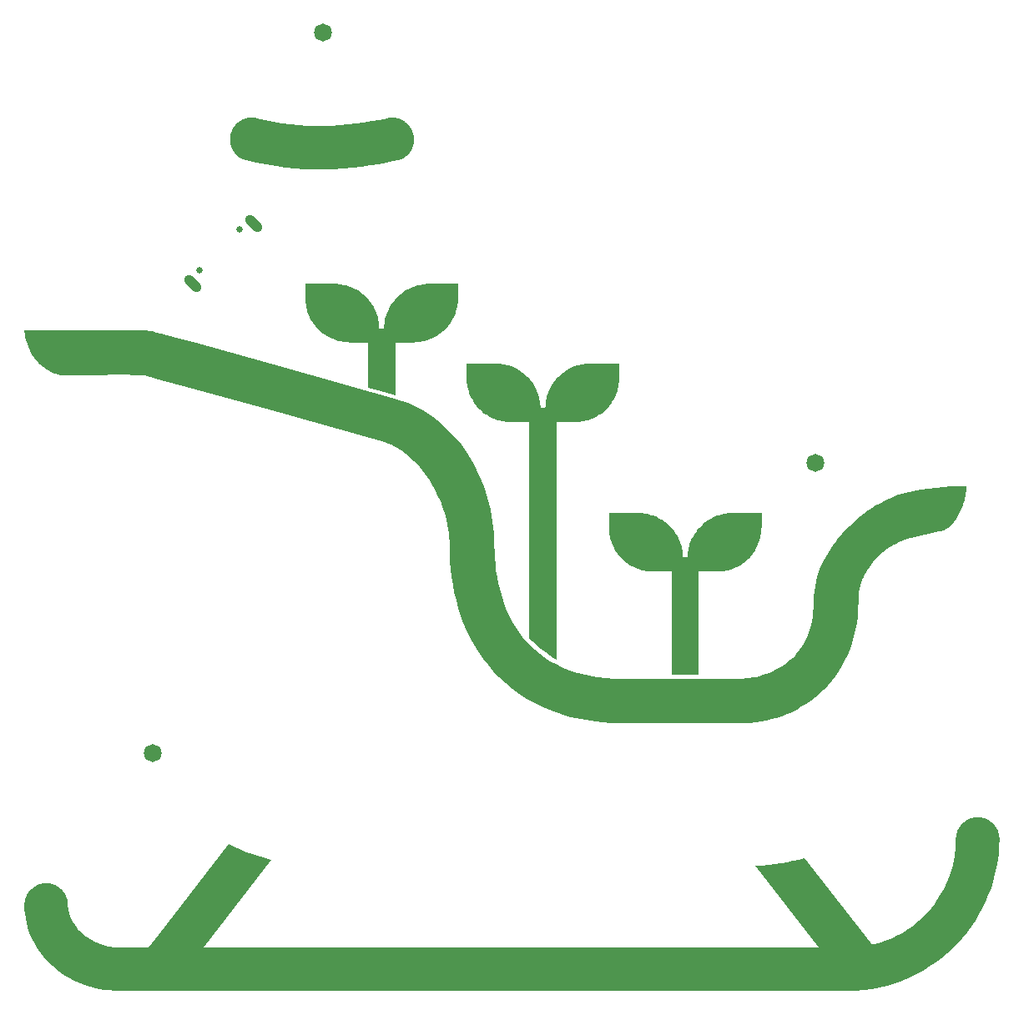
<source format=gts>
G04 #@! TF.GenerationSoftware,KiCad,Pcbnew,7.0.9*
G04 #@! TF.CreationDate,2023-12-10T17:01:55-06:00*
G04 #@! TF.ProjectId,Sleigh_Controller_Ornament_2023,536c6569-6768-45f4-936f-6e74726f6c6c,rev?*
G04 #@! TF.SameCoordinates,Original*
G04 #@! TF.FileFunction,Soldermask,Top*
G04 #@! TF.FilePolarity,Negative*
%FSLAX46Y46*%
G04 Gerber Fmt 4.6, Leading zero omitted, Abs format (unit mm)*
G04 Created by KiCad (PCBNEW 7.0.9) date 2023-12-10 17:01:55*
%MOMM*%
%LPD*%
G01*
G04 APERTURE LIST*
G04 Aperture macros list*
%AMHorizOval*
0 Thick line with rounded ends*
0 $1 width*
0 $2 $3 position (X,Y) of the first rounded end (center of the circle)*
0 $4 $5 position (X,Y) of the second rounded end (center of the circle)*
0 Add line between two ends*
20,1,$1,$2,$3,$4,$5,0*
0 Add two circle primitives to create the rounded ends*
1,1,$1,$2,$3*
1,1,$1,$4,$5*%
G04 Aperture macros list end*
%ADD10C,0.000000*%
%ADD11C,0.650000*%
%ADD12HorizOval,1.000000X-0.388909X0.388909X0.388909X-0.388909X0*%
%ADD13C,1.820000*%
G04 APERTURE END LIST*
D10*
G36*
X114302744Y-69158927D02*
G01*
X114302401Y-69158927D01*
X114302744Y-69158897D01*
X114302744Y-69158927D01*
G37*
G36*
X116504988Y-64293238D02*
G01*
X116654464Y-64312647D01*
X116783587Y-64334136D01*
X116962274Y-64374367D01*
X117270884Y-64451351D01*
X117696675Y-64561840D01*
X118226908Y-64702583D01*
X119564828Y-65064781D01*
X121221049Y-65519591D01*
X129692360Y-67881721D01*
X141593956Y-71238624D01*
X142155679Y-71411032D01*
X142703976Y-71611344D01*
X143238559Y-71838657D01*
X143759138Y-72092067D01*
X144265425Y-72370672D01*
X144757130Y-72673569D01*
X145233965Y-72999854D01*
X145695639Y-73348624D01*
X146572354Y-74110009D01*
X147384963Y-74950499D01*
X148131153Y-75862870D01*
X148808613Y-76839896D01*
X149415030Y-77874354D01*
X149948093Y-78959019D01*
X150405490Y-80086667D01*
X150784908Y-81250072D01*
X151084036Y-82442011D01*
X151300561Y-83655258D01*
X151432171Y-84882590D01*
X151476555Y-86116782D01*
X151486953Y-86746773D01*
X151518369Y-87376934D01*
X151571131Y-88005767D01*
X151645570Y-88631778D01*
X151742016Y-89253470D01*
X151860798Y-89869348D01*
X152002248Y-90477916D01*
X152166695Y-91077678D01*
X152354469Y-91667138D01*
X152565899Y-92244800D01*
X152801317Y-92809169D01*
X153061052Y-93358749D01*
X153345434Y-93892043D01*
X153654793Y-94407556D01*
X153989459Y-94903793D01*
X154349762Y-95379256D01*
X154734981Y-95834037D01*
X155147034Y-96270404D01*
X155587572Y-96686848D01*
X156058244Y-97081863D01*
X156560699Y-97453940D01*
X157096587Y-97801573D01*
X157667557Y-98123252D01*
X158275259Y-98417472D01*
X158921342Y-98682724D01*
X159607456Y-98917500D01*
X160335250Y-99120293D01*
X161106373Y-99289595D01*
X161922476Y-99423899D01*
X162785206Y-99521697D01*
X163696215Y-99581482D01*
X164657150Y-99601745D01*
X176362374Y-99601745D01*
X176697007Y-99594229D01*
X177034073Y-99571712D01*
X177372606Y-99534239D01*
X177711637Y-99481855D01*
X178050201Y-99414606D01*
X178387330Y-99332538D01*
X178722057Y-99235695D01*
X179053415Y-99124124D01*
X179380438Y-98997869D01*
X179702158Y-98856977D01*
X180017609Y-98701492D01*
X180325822Y-98531460D01*
X180625833Y-98346926D01*
X180916672Y-98147937D01*
X181197375Y-97934536D01*
X181466973Y-97706771D01*
X181724689Y-97466088D01*
X181972135Y-97211367D01*
X182208433Y-96941913D01*
X182432708Y-96657027D01*
X182644081Y-96356014D01*
X182841675Y-96038174D01*
X183024613Y-95702812D01*
X183192019Y-95349231D01*
X183343014Y-94976733D01*
X183476723Y-94584621D01*
X183592267Y-94172198D01*
X183688771Y-93738767D01*
X183765356Y-93283631D01*
X183821145Y-92806092D01*
X183855262Y-92305455D01*
X183866829Y-91781020D01*
X183882918Y-91255465D01*
X183930290Y-90737021D01*
X184007602Y-90226133D01*
X184113511Y-89723250D01*
X184246673Y-89228817D01*
X184405746Y-88743282D01*
X184589385Y-88267090D01*
X184796250Y-87800689D01*
X185024995Y-87344525D01*
X185274278Y-86899044D01*
X185542756Y-86464694D01*
X185829086Y-86041921D01*
X186131925Y-85631172D01*
X186449929Y-85232893D01*
X186781755Y-84847530D01*
X187126061Y-84475532D01*
X187481499Y-84117444D01*
X187846649Y-83773811D01*
X188220065Y-83445092D01*
X188600300Y-83131743D01*
X188985908Y-82834220D01*
X189375443Y-82552982D01*
X189767458Y-82288484D01*
X190160507Y-82041184D01*
X190553145Y-81811538D01*
X190943924Y-81600005D01*
X191331399Y-81407040D01*
X191714123Y-81233100D01*
X192090650Y-81078644D01*
X192459534Y-80944127D01*
X192819328Y-80830006D01*
X193168587Y-80736739D01*
X193172585Y-80736739D01*
X193560353Y-80640714D01*
X193947097Y-80553943D01*
X194718444Y-80406399D01*
X195488493Y-80290591D01*
X196259112Y-80202999D01*
X197032165Y-80140106D01*
X197809521Y-80098392D01*
X198593046Y-80074339D01*
X199384606Y-80064429D01*
X199374843Y-80234987D01*
X199360368Y-80408269D01*
X199341126Y-80583827D01*
X199317062Y-80761213D01*
X199288120Y-80939980D01*
X199254247Y-81119680D01*
X199215387Y-81299864D01*
X199171486Y-81480085D01*
X199122489Y-81659894D01*
X199068340Y-81838845D01*
X199008986Y-82016489D01*
X198944371Y-82192378D01*
X198874441Y-82366065D01*
X198799141Y-82537101D01*
X198718415Y-82705038D01*
X198632210Y-82869430D01*
X198534004Y-83041727D01*
X198431164Y-83208282D01*
X198323882Y-83368610D01*
X198212351Y-83522222D01*
X198096763Y-83668632D01*
X197977312Y-83807354D01*
X197854189Y-83937902D01*
X197727589Y-84059788D01*
X197597703Y-84172526D01*
X197464724Y-84275629D01*
X197328845Y-84368611D01*
X197190259Y-84450986D01*
X197049158Y-84522265D01*
X196905735Y-84581964D01*
X196833213Y-84607319D01*
X196760183Y-84629595D01*
X196686668Y-84648733D01*
X196612694Y-84664672D01*
X196610695Y-84666671D01*
X193802086Y-85303840D01*
X193808083Y-85303840D01*
X193589089Y-85351593D01*
X193366494Y-85410393D01*
X193140969Y-85480132D01*
X192913188Y-85560701D01*
X192683823Y-85651994D01*
X192453546Y-85753903D01*
X192223031Y-85866320D01*
X191992949Y-85989137D01*
X191763973Y-86122247D01*
X191536777Y-86265542D01*
X191312032Y-86418914D01*
X191090411Y-86582256D01*
X190872586Y-86755460D01*
X190659231Y-86938418D01*
X190451018Y-87131023D01*
X190248619Y-87333167D01*
X190052752Y-87544838D01*
X189864176Y-87765996D01*
X189683629Y-87996504D01*
X189511848Y-88236223D01*
X189349571Y-88485014D01*
X189197536Y-88742740D01*
X189056481Y-89009262D01*
X188927141Y-89284442D01*
X188810256Y-89568141D01*
X188706563Y-89860222D01*
X188616799Y-90160545D01*
X188541702Y-90468972D01*
X188482010Y-90785366D01*
X188438459Y-91109587D01*
X188411787Y-91441498D01*
X188402733Y-91780959D01*
X188384297Y-92522013D01*
X188329824Y-93244657D01*
X188240567Y-93948295D01*
X188117778Y-94632330D01*
X187962708Y-95296165D01*
X187776611Y-95939205D01*
X187560739Y-96560852D01*
X187316343Y-97160510D01*
X187044677Y-97737583D01*
X186746993Y-98291475D01*
X186424542Y-98821588D01*
X186078577Y-99327326D01*
X185710351Y-99808094D01*
X185321116Y-100263293D01*
X184912124Y-100692329D01*
X184484627Y-101094604D01*
X184040445Y-101470925D01*
X183582638Y-101821446D01*
X183112314Y-102146377D01*
X182630576Y-102445929D01*
X182138533Y-102720310D01*
X181637288Y-102969731D01*
X181127949Y-103194402D01*
X180611622Y-103394532D01*
X180089412Y-103570332D01*
X179562425Y-103722011D01*
X179031768Y-103849778D01*
X178498546Y-103953845D01*
X177963865Y-104034420D01*
X177428831Y-104091714D01*
X176894551Y-104125937D01*
X176362129Y-104137298D01*
X164657417Y-104137298D01*
X163488473Y-104109607D01*
X162358774Y-104027759D01*
X161268584Y-103893589D01*
X160218168Y-103708933D01*
X159207790Y-103475628D01*
X158237715Y-103195508D01*
X157308207Y-102870411D01*
X156419529Y-102502172D01*
X155571947Y-102092626D01*
X154765725Y-101643610D01*
X154001126Y-101156960D01*
X153278416Y-100634511D01*
X152597859Y-100078100D01*
X151959718Y-99489561D01*
X151364259Y-98870733D01*
X150811745Y-98223449D01*
X150301094Y-97551374D01*
X149831483Y-96859623D01*
X149401796Y-96149997D01*
X149010915Y-95424292D01*
X148657724Y-94684310D01*
X148341106Y-93931848D01*
X148059943Y-93168707D01*
X147813118Y-92396685D01*
X147599515Y-91617581D01*
X147418016Y-90833196D01*
X147267505Y-90045327D01*
X147146865Y-89255774D01*
X147054977Y-88466336D01*
X146990727Y-87678813D01*
X146952995Y-86895003D01*
X146940666Y-86116706D01*
X146931066Y-85677685D01*
X146902682Y-85238209D01*
X146856143Y-84799037D01*
X146792076Y-84360925D01*
X146711108Y-83924633D01*
X146613866Y-83490918D01*
X146500979Y-83060539D01*
X146373074Y-82634254D01*
X146230777Y-82212820D01*
X146074717Y-81796997D01*
X145905522Y-81387542D01*
X145723817Y-80985213D01*
X145530231Y-80590769D01*
X145325391Y-80204968D01*
X145109925Y-79828567D01*
X144884461Y-79462325D01*
X144649730Y-79107096D01*
X144406192Y-78763408D01*
X144154396Y-78432061D01*
X143894892Y-78113859D01*
X143628231Y-77809601D01*
X143354962Y-77520091D01*
X143075635Y-77246129D01*
X142790800Y-76988518D01*
X142501007Y-76748059D01*
X142206807Y-76525553D01*
X141908748Y-76321802D01*
X141607381Y-76137608D01*
X141303255Y-75973773D01*
X140996922Y-75831097D01*
X140688930Y-75710384D01*
X140379830Y-75612434D01*
X128339220Y-72222465D01*
X119941797Y-69881515D01*
X118345337Y-69441943D01*
X117088228Y-69100173D01*
X116608346Y-68972171D01*
X116238665Y-68875892D01*
X116097878Y-68840330D01*
X116038739Y-68825759D01*
X115986994Y-68813392D01*
X115944041Y-68803251D01*
X115925606Y-68798974D01*
X115908498Y-68795191D01*
X115892190Y-68791877D01*
X115876158Y-68789006D01*
X115859874Y-68786553D01*
X115842814Y-68784492D01*
X115803753Y-68781144D01*
X115757065Y-68778255D01*
X115640366Y-68773591D01*
X115491826Y-68769978D01*
X115310557Y-68766891D01*
X114857769Y-68762137D01*
X114304926Y-68758887D01*
X112983579Y-68758260D01*
X111517505Y-68762885D01*
X107640735Y-68784583D01*
X107524810Y-68779570D01*
X107400392Y-68764556D01*
X107268321Y-68739575D01*
X107129436Y-68704661D01*
X106984579Y-68659847D01*
X106834589Y-68605167D01*
X106680306Y-68540655D01*
X106522572Y-68466345D01*
X106362226Y-68382270D01*
X106200109Y-68288463D01*
X106037061Y-68184960D01*
X105873922Y-68071793D01*
X105711533Y-67948996D01*
X105550734Y-67816602D01*
X105392365Y-67674646D01*
X105237266Y-67523162D01*
X105093642Y-67369991D01*
X104954813Y-67208070D01*
X104821283Y-67037510D01*
X104693555Y-66858422D01*
X104572132Y-66670917D01*
X104457517Y-66475106D01*
X104350214Y-66271101D01*
X104250726Y-66059012D01*
X104159555Y-65838950D01*
X104077205Y-65611026D01*
X104004180Y-65375352D01*
X103940982Y-65132038D01*
X103888115Y-64881196D01*
X103846081Y-64622936D01*
X103815384Y-64357370D01*
X103796528Y-64262000D01*
X103886000Y-64262000D01*
X105029000Y-64262000D01*
X105664000Y-64262000D01*
X106426000Y-64262000D01*
X106680000Y-64262000D01*
X106934000Y-64262000D01*
X107132656Y-64262000D01*
X107451335Y-64262000D01*
X107569000Y-64262000D01*
X107823000Y-64262000D01*
X112863924Y-64262000D01*
X114122066Y-64262000D01*
X114702607Y-64262000D01*
X115239579Y-64262000D01*
X115724574Y-64262000D01*
X116149181Y-64262000D01*
X116504988Y-64293238D01*
G37*
G36*
X135519935Y-59531039D02*
G01*
X135750096Y-59548373D01*
X135976797Y-59576924D01*
X136199759Y-59616416D01*
X136418707Y-59666571D01*
X136633363Y-59727113D01*
X136843450Y-59797764D01*
X137048691Y-59878246D01*
X137248810Y-59968284D01*
X137443529Y-60067600D01*
X137632571Y-60175917D01*
X137815659Y-60292958D01*
X137992516Y-60418446D01*
X138162866Y-60552104D01*
X138326431Y-60693654D01*
X138482933Y-60842820D01*
X138632097Y-60999325D01*
X138773645Y-61162891D01*
X138907300Y-61333242D01*
X139032785Y-61510101D01*
X139149824Y-61693190D01*
X139258138Y-61882232D01*
X139357451Y-62076950D01*
X139447487Y-62277068D01*
X139527967Y-62482308D01*
X139598615Y-62692393D01*
X139659155Y-62907047D01*
X139709308Y-63125991D01*
X139748799Y-63348950D01*
X139777349Y-63575645D01*
X139794683Y-63805800D01*
X139800522Y-64039138D01*
X140300247Y-64039138D01*
X140306087Y-63805797D01*
X140323420Y-63575640D01*
X140351971Y-63348943D01*
X140391462Y-63125982D01*
X140441616Y-62907037D01*
X140502156Y-62692382D01*
X140572805Y-62482296D01*
X140653286Y-62277055D01*
X140743322Y-62076937D01*
X140842636Y-61882218D01*
X140950951Y-61693176D01*
X141067990Y-61510087D01*
X141193476Y-61333229D01*
X141327132Y-61162879D01*
X141468680Y-60999313D01*
X141617845Y-60842809D01*
X141774348Y-60693644D01*
X141937913Y-60552094D01*
X142108263Y-60418437D01*
X142285120Y-60292950D01*
X142468209Y-60175910D01*
X142657251Y-60067594D01*
X142851969Y-59968279D01*
X143052088Y-59878242D01*
X143257329Y-59797760D01*
X143467415Y-59727110D01*
X143682070Y-59666569D01*
X143901017Y-59616415D01*
X144123978Y-59576924D01*
X144350677Y-59548372D01*
X144580836Y-59531039D01*
X144814179Y-59525199D01*
X147788674Y-59525199D01*
X147788674Y-60947341D01*
X147782836Y-61180682D01*
X147765506Y-61410837D01*
X147736962Y-61637529D01*
X147697480Y-61860481D01*
X147647338Y-62079415D01*
X147586811Y-62294057D01*
X147516177Y-62504128D01*
X147435713Y-62709351D01*
X147345695Y-62909450D01*
X147246400Y-63104149D01*
X147138106Y-63293169D01*
X147021089Y-63476235D01*
X146895625Y-63653070D01*
X146761992Y-63823396D01*
X146620467Y-63986937D01*
X146471326Y-64143416D01*
X146314846Y-64292556D01*
X146151305Y-64434080D01*
X145980978Y-64567712D01*
X145804143Y-64693175D01*
X145621077Y-64810191D01*
X145432056Y-64918485D01*
X145237358Y-65017779D01*
X145037258Y-65107796D01*
X144832035Y-65188260D01*
X144621964Y-65258893D01*
X144407323Y-65319419D01*
X144188389Y-65369561D01*
X143965438Y-65409043D01*
X143738747Y-65437586D01*
X143508593Y-65454916D01*
X143275253Y-65460754D01*
X141413864Y-65460754D01*
X141413864Y-70809783D01*
X139709684Y-70333153D01*
X138985565Y-70128900D01*
X138687416Y-70040320D01*
X138687416Y-65460754D01*
X136826035Y-65460754D01*
X136592693Y-65454916D01*
X136362535Y-65437586D01*
X136135837Y-65409043D01*
X135912877Y-65369561D01*
X135693931Y-65319419D01*
X135479276Y-65258893D01*
X135269190Y-65188260D01*
X135063949Y-65107796D01*
X134863831Y-65017779D01*
X134669112Y-64918485D01*
X134480070Y-64810191D01*
X134296981Y-64693175D01*
X134120123Y-64567712D01*
X133949772Y-64434080D01*
X133786207Y-64292556D01*
X133629703Y-64143416D01*
X133480538Y-63986937D01*
X133338988Y-63823396D01*
X133205332Y-63653070D01*
X133079845Y-63476235D01*
X132962805Y-63293169D01*
X132854490Y-63104149D01*
X132755175Y-62909450D01*
X132665138Y-62709351D01*
X132584656Y-62504128D01*
X132514006Y-62294057D01*
X132453466Y-62079415D01*
X132403311Y-61860481D01*
X132363820Y-61637529D01*
X132335269Y-61410837D01*
X132317935Y-61180682D01*
X132312096Y-60947341D01*
X132312096Y-59525199D01*
X135286591Y-59525199D01*
X135519935Y-59531039D01*
G37*
G36*
X166314955Y-82792667D02*
G01*
X166545115Y-82809984D01*
X166771814Y-82838507D01*
X166994776Y-82877960D01*
X167213723Y-82928067D01*
X167428378Y-82988552D01*
X167638465Y-83059138D01*
X167843706Y-83139550D01*
X168043824Y-83229510D01*
X168238543Y-83328743D01*
X168427585Y-83436973D01*
X168610673Y-83553923D01*
X168787531Y-83679317D01*
X168957881Y-83812878D01*
X169121445Y-83954331D01*
X169277949Y-84103398D01*
X169427113Y-84259805D01*
X169568661Y-84423274D01*
X169702317Y-84593530D01*
X169827802Y-84770295D01*
X169944841Y-84953295D01*
X170053156Y-85142252D01*
X170152470Y-85336890D01*
X170242505Y-85536933D01*
X170322986Y-85742105D01*
X170393635Y-85952129D01*
X170454175Y-86166729D01*
X170504329Y-86385630D01*
X170543820Y-86608554D01*
X170572370Y-86835225D01*
X170589704Y-87065368D01*
X170595543Y-87298705D01*
X171095268Y-87298705D01*
X171101108Y-87065370D01*
X171118442Y-86835230D01*
X171146993Y-86608561D01*
X171186484Y-86385639D01*
X171236638Y-86166740D01*
X171297178Y-85952140D01*
X171367828Y-85742117D01*
X171448309Y-85536946D01*
X171538346Y-85336903D01*
X171637660Y-85142265D01*
X171745976Y-84953308D01*
X171863015Y-84770309D01*
X171988502Y-84593543D01*
X172122158Y-84423287D01*
X172263707Y-84259817D01*
X172412872Y-84103410D01*
X172569375Y-83954341D01*
X172732940Y-83812888D01*
X172903291Y-83679326D01*
X173080148Y-83553931D01*
X173263237Y-83436980D01*
X173452279Y-83328750D01*
X173646997Y-83229515D01*
X173847115Y-83139554D01*
X174052356Y-83059141D01*
X174262442Y-82988554D01*
X174477096Y-82928069D01*
X174696042Y-82877961D01*
X174919003Y-82838507D01*
X175145700Y-82809984D01*
X175375858Y-82792667D01*
X175609200Y-82786834D01*
X178583702Y-82786834D01*
X178583702Y-84206901D01*
X178577863Y-84440243D01*
X178560529Y-84670403D01*
X178531978Y-84897101D01*
X178492486Y-85120062D01*
X178442331Y-85339009D01*
X178381790Y-85553664D01*
X178311140Y-85763751D01*
X178230658Y-85968992D01*
X178140621Y-86169110D01*
X178041305Y-86363829D01*
X177932989Y-86552871D01*
X177815949Y-86735959D01*
X177690461Y-86912817D01*
X177556804Y-87083166D01*
X177415254Y-87246731D01*
X177266089Y-87403235D01*
X177109584Y-87552399D01*
X176946018Y-87693948D01*
X176775667Y-87827603D01*
X176598809Y-87953089D01*
X176415720Y-88070128D01*
X176226677Y-88178443D01*
X176031958Y-88277757D01*
X175831840Y-88367793D01*
X175626599Y-88448274D01*
X175416512Y-88518924D01*
X175201858Y-88579463D01*
X174982912Y-88629617D01*
X174759951Y-88669108D01*
X174533254Y-88697659D01*
X174303096Y-88714993D01*
X174069756Y-88720832D01*
X172208885Y-88720832D01*
X172208885Y-99223037D01*
X169481926Y-99223037D01*
X169481926Y-88720832D01*
X167620537Y-88720832D01*
X167387198Y-88714993D01*
X167157045Y-88697659D01*
X166930354Y-88669108D01*
X166707404Y-88629617D01*
X166488470Y-88579463D01*
X166273829Y-88518924D01*
X166063759Y-88448274D01*
X165858535Y-88367793D01*
X165658436Y-88277757D01*
X165463738Y-88178443D01*
X165274717Y-88070128D01*
X165091651Y-87953089D01*
X164914816Y-87827603D01*
X164744489Y-87693948D01*
X164580947Y-87552399D01*
X164424467Y-87403235D01*
X164275326Y-87246731D01*
X164133801Y-87083166D01*
X164000168Y-86912817D01*
X163874704Y-86735959D01*
X163757686Y-86552871D01*
X163649392Y-86363829D01*
X163550097Y-86169110D01*
X163460079Y-85968992D01*
X163379614Y-85763751D01*
X163308980Y-85553664D01*
X163248453Y-85339009D01*
X163198310Y-85120062D01*
X163158829Y-84897101D01*
X163130284Y-84670403D01*
X163112955Y-84440243D01*
X163107117Y-84206901D01*
X163107117Y-82786834D01*
X166081612Y-82786834D01*
X166314955Y-82792667D01*
G37*
G36*
X164138573Y-69035201D02*
G01*
X164132733Y-69268548D01*
X164115400Y-69498721D01*
X164086849Y-69725440D01*
X164047357Y-69948430D01*
X163997203Y-70167412D01*
X163936662Y-70382109D01*
X163866013Y-70592243D01*
X163785531Y-70797537D01*
X163695494Y-70997712D01*
X163596180Y-71192492D01*
X163487864Y-71381599D01*
X163370824Y-71564754D01*
X163245338Y-71741682D01*
X163111681Y-71912103D01*
X162970132Y-72075741D01*
X162820967Y-72232317D01*
X162664463Y-72381555D01*
X162500898Y-72523176D01*
X162330548Y-72656903D01*
X162153690Y-72782459D01*
X161970601Y-72899565D01*
X161781559Y-73007945D01*
X161586841Y-73107320D01*
X161386723Y-73197413D01*
X161181483Y-73277947D01*
X160971397Y-73348644D01*
X160756742Y-73409225D01*
X160537797Y-73459415D01*
X160314837Y-73498934D01*
X160088140Y-73527506D01*
X159857982Y-73544853D01*
X159624642Y-73550697D01*
X157761193Y-73550697D01*
X157761193Y-97655318D01*
X157755427Y-97659907D01*
X157738531Y-97656099D01*
X157673748Y-97624787D01*
X157437039Y-97477850D01*
X157089504Y-97238433D01*
X156669580Y-96930465D01*
X156215704Y-96577874D01*
X155988046Y-96392322D01*
X155766315Y-96204587D01*
X155555314Y-96017660D01*
X155359849Y-95834532D01*
X155184724Y-95658194D01*
X155034744Y-95491637D01*
X155034744Y-73550704D01*
X153173355Y-73550704D01*
X152940015Y-73544860D01*
X152709862Y-73527513D01*
X152483171Y-73498941D01*
X152260220Y-73459421D01*
X152041285Y-73409231D01*
X151826645Y-73348649D01*
X151616574Y-73277951D01*
X151411351Y-73197417D01*
X151211251Y-73107323D01*
X151016553Y-73007946D01*
X150827532Y-72899566D01*
X150644466Y-72782458D01*
X150467631Y-72656902D01*
X150297304Y-72523174D01*
X150133762Y-72381552D01*
X149977283Y-72232313D01*
X149828142Y-72075736D01*
X149686617Y-71912098D01*
X149552984Y-71741676D01*
X149427520Y-71564749D01*
X149310503Y-71381593D01*
X149202209Y-71192486D01*
X149102914Y-70997706D01*
X149012896Y-70797531D01*
X148932432Y-70592238D01*
X148861798Y-70382105D01*
X148801271Y-70167410D01*
X148751128Y-69948429D01*
X148711647Y-69725441D01*
X148683103Y-69498723D01*
X148665773Y-69268553D01*
X148659935Y-69035209D01*
X148659935Y-67615150D01*
X151634423Y-67615142D01*
X151867766Y-67620980D01*
X152097926Y-67638309D01*
X152324625Y-67666853D01*
X152547587Y-67706334D01*
X152766534Y-67756476D01*
X152981189Y-67817003D01*
X153191276Y-67887636D01*
X153396517Y-67968100D01*
X153596635Y-68058117D01*
X153791354Y-68157411D01*
X153980396Y-68265704D01*
X154163484Y-68382721D01*
X154340342Y-68508183D01*
X154510691Y-68641815D01*
X154674256Y-68783340D01*
X154830759Y-68932480D01*
X154979924Y-69088959D01*
X155121472Y-69252500D01*
X155255127Y-69422826D01*
X155380613Y-69599660D01*
X155497652Y-69782726D01*
X155605966Y-69971747D01*
X155705280Y-70166445D01*
X155795316Y-70366544D01*
X155875797Y-70571768D01*
X155946446Y-70781839D01*
X156006986Y-70996480D01*
X156057140Y-71215415D01*
X156096630Y-71438367D01*
X156125181Y-71665058D01*
X156142514Y-71895213D01*
X156148354Y-72128554D01*
X156648079Y-72128554D01*
X156653918Y-71895217D01*
X156671252Y-71665065D01*
X156699803Y-71438376D01*
X156739294Y-71215426D01*
X156789448Y-70996493D01*
X156849988Y-70781853D01*
X156920637Y-70571783D01*
X157001118Y-70366561D01*
X157091154Y-70166462D01*
X157190468Y-69971764D01*
X157298783Y-69782743D01*
X157415822Y-69599677D01*
X157541308Y-69422842D01*
X157674964Y-69252516D01*
X157816512Y-69088974D01*
X157965677Y-68932494D01*
X158122180Y-68783353D01*
X158285745Y-68641828D01*
X158456095Y-68508194D01*
X158632952Y-68382731D01*
X158816040Y-68265713D01*
X159005082Y-68157418D01*
X159199801Y-68058123D01*
X159399919Y-67968105D01*
X159605160Y-67887640D01*
X159815247Y-67817006D01*
X160029902Y-67756479D01*
X160248849Y-67706336D01*
X160471810Y-67666854D01*
X160698509Y-67638310D01*
X160928668Y-67620980D01*
X161162010Y-67615142D01*
X164138573Y-67615142D01*
X164138573Y-69035201D01*
G37*
G36*
X103796889Y-64084248D02*
G01*
X103796787Y-64084243D01*
X103797046Y-64084090D01*
X103796889Y-64084248D01*
G37*
G36*
X126953124Y-42631172D02*
G01*
X127063385Y-42639024D01*
X127174081Y-42652510D01*
X127285046Y-42671728D01*
X127396113Y-42696778D01*
X128260590Y-42899585D01*
X129117879Y-43070665D01*
X129968458Y-43210997D01*
X130812804Y-43321563D01*
X131651394Y-43403342D01*
X132484706Y-43457315D01*
X133313217Y-43484461D01*
X134137404Y-43485762D01*
X134957744Y-43462197D01*
X135774716Y-43414746D01*
X136588796Y-43344390D01*
X137400461Y-43252108D01*
X138210189Y-43138882D01*
X139018457Y-43005691D01*
X139825742Y-42853515D01*
X140632523Y-42683335D01*
X140693466Y-42670680D01*
X140754600Y-42659671D01*
X140815879Y-42650352D01*
X140877260Y-42642766D01*
X140938700Y-42636957D01*
X141000153Y-42632968D01*
X141061576Y-42630842D01*
X141122925Y-42630624D01*
X141122925Y-42630120D01*
X141219169Y-42632749D01*
X141314477Y-42639461D01*
X141408753Y-42650178D01*
X141501902Y-42664823D01*
X141593829Y-42683322D01*
X141684438Y-42705595D01*
X141773635Y-42731568D01*
X141861323Y-42761163D01*
X141947407Y-42794303D01*
X142031792Y-42830912D01*
X142114383Y-42870913D01*
X142195084Y-42914230D01*
X142273800Y-42960785D01*
X142350436Y-43010502D01*
X142424896Y-43063305D01*
X142497085Y-43119116D01*
X142566907Y-43177859D01*
X142634268Y-43239458D01*
X142699071Y-43303835D01*
X142761222Y-43370913D01*
X142820625Y-43440618D01*
X142877185Y-43512870D01*
X142930807Y-43587594D01*
X142981394Y-43664714D01*
X143028853Y-43744152D01*
X143073087Y-43825831D01*
X143114001Y-43909676D01*
X143151499Y-43995609D01*
X143185487Y-44083553D01*
X143215869Y-44173433D01*
X143242550Y-44265170D01*
X143265434Y-44358689D01*
X143287313Y-44470516D01*
X143303354Y-44582083D01*
X143313664Y-44693225D01*
X143318344Y-44803779D01*
X143317501Y-44913579D01*
X143311238Y-45022463D01*
X143299659Y-45130265D01*
X143282869Y-45236822D01*
X143260972Y-45341969D01*
X143234072Y-45445542D01*
X143202273Y-45547377D01*
X143165680Y-45647311D01*
X143124396Y-45745177D01*
X143078527Y-45840814D01*
X143028176Y-45934055D01*
X142973447Y-46024737D01*
X142914445Y-46112697D01*
X142851274Y-46197769D01*
X142784038Y-46279790D01*
X142712842Y-46358595D01*
X142637789Y-46434020D01*
X142558984Y-46505901D01*
X142476532Y-46574074D01*
X142390535Y-46638374D01*
X142301100Y-46698638D01*
X142208329Y-46754701D01*
X142112327Y-46806399D01*
X142013198Y-46853568D01*
X141911047Y-46896044D01*
X141805978Y-46933662D01*
X141698095Y-46966258D01*
X141587502Y-46993669D01*
X139782223Y-47352820D01*
X138868434Y-47502097D01*
X137947227Y-47629454D01*
X137018612Y-47733601D01*
X136082602Y-47813247D01*
X135139207Y-47867101D01*
X134188437Y-47893871D01*
X133230304Y-47892269D01*
X132264820Y-47861002D01*
X131291994Y-47798779D01*
X130311839Y-47704311D01*
X129324365Y-47576307D01*
X128329583Y-47413475D01*
X127327505Y-47214525D01*
X126318140Y-46978166D01*
X126208385Y-46947570D01*
X126101487Y-46911870D01*
X125997544Y-46871234D01*
X125896658Y-46825829D01*
X125798926Y-46775821D01*
X125704450Y-46721377D01*
X125613328Y-46662666D01*
X125525659Y-46599853D01*
X125441545Y-46533105D01*
X125361083Y-46462590D01*
X125284374Y-46388475D01*
X125211517Y-46310927D01*
X125142612Y-46230112D01*
X125077759Y-46146198D01*
X125017056Y-46059352D01*
X124960604Y-45969740D01*
X124908502Y-45877530D01*
X124860850Y-45782889D01*
X124817746Y-45685984D01*
X124779292Y-45586982D01*
X124745586Y-45486049D01*
X124716728Y-45383353D01*
X124692818Y-45279062D01*
X124673955Y-45173341D01*
X124660238Y-45066358D01*
X124651768Y-44958279D01*
X124648643Y-44849273D01*
X124650964Y-44739506D01*
X124658830Y-44629144D01*
X124672340Y-44518356D01*
X124691594Y-44407308D01*
X124716692Y-44296167D01*
X124747341Y-44186518D01*
X124783076Y-44079727D01*
X124823731Y-43975895D01*
X124869139Y-43875118D01*
X124919135Y-43777498D01*
X124973552Y-43683132D01*
X125032225Y-43592120D01*
X125094987Y-43504561D01*
X125161671Y-43420555D01*
X125232113Y-43340199D01*
X125306145Y-43263594D01*
X125383602Y-43190839D01*
X125464318Y-43122033D01*
X125548126Y-43057274D01*
X125634860Y-42996662D01*
X125724355Y-42940296D01*
X125816444Y-42888275D01*
X125910961Y-42840698D01*
X126007739Y-42797665D01*
X126106614Y-42759274D01*
X126207418Y-42725625D01*
X126309985Y-42696817D01*
X126414151Y-42672948D01*
X126519747Y-42654119D01*
X126626609Y-42640427D01*
X126734570Y-42631973D01*
X126843463Y-42628855D01*
X126953124Y-42631172D01*
G37*
G36*
X200623354Y-113652918D02*
G01*
X200735682Y-113661417D01*
X200846348Y-113675412D01*
X200955213Y-113694768D01*
X201062140Y-113719347D01*
X201166994Y-113749013D01*
X201269637Y-113783628D01*
X201369931Y-113823056D01*
X201467741Y-113867159D01*
X201562929Y-113915802D01*
X201655358Y-113968846D01*
X201744891Y-114026155D01*
X201831392Y-114087593D01*
X201914723Y-114153021D01*
X201994748Y-114222304D01*
X202071329Y-114295304D01*
X202144330Y-114371885D01*
X202213614Y-114451909D01*
X202279043Y-114535240D01*
X202340482Y-114621740D01*
X202397792Y-114711274D01*
X202450837Y-114803703D01*
X202499481Y-114898891D01*
X202543585Y-114996701D01*
X202583014Y-115096996D01*
X202617630Y-115199640D01*
X202647296Y-115304495D01*
X202671876Y-115411424D01*
X202691232Y-115520291D01*
X202705228Y-115630958D01*
X202713727Y-115743289D01*
X202716591Y-115857146D01*
X202698615Y-116582633D01*
X202645049Y-117306397D01*
X202556439Y-118027042D01*
X202433331Y-118743169D01*
X202276271Y-119453383D01*
X202085803Y-120156284D01*
X201862474Y-120850476D01*
X201606830Y-121534562D01*
X201319414Y-122207143D01*
X201000774Y-122866822D01*
X200651455Y-123512203D01*
X200272002Y-124141887D01*
X199862962Y-124754476D01*
X199424878Y-125348575D01*
X198958298Y-125922784D01*
X198463766Y-126475707D01*
X197941829Y-127005946D01*
X197393031Y-127512105D01*
X196817919Y-127992784D01*
X196217038Y-128446587D01*
X195590933Y-128872117D01*
X194940150Y-129267975D01*
X194265235Y-129632765D01*
X193566733Y-129965089D01*
X192845190Y-130263550D01*
X192101151Y-130526750D01*
X191335162Y-130753292D01*
X190547768Y-130941778D01*
X189739516Y-131090811D01*
X188910950Y-131198993D01*
X188062617Y-131264927D01*
X187195061Y-131287215D01*
X113369074Y-131287215D01*
X112886224Y-131275972D01*
X112408591Y-131242594D01*
X111936838Y-131187604D01*
X111471627Y-131111529D01*
X111013622Y-131014894D01*
X110563487Y-130898223D01*
X110121883Y-130762043D01*
X109689475Y-130606877D01*
X109266926Y-130433252D01*
X108854898Y-130241692D01*
X108454055Y-130032723D01*
X108065059Y-129806870D01*
X107688576Y-129564658D01*
X107325266Y-129306612D01*
X106975793Y-129033257D01*
X106640821Y-128745118D01*
X106321013Y-128442721D01*
X106017032Y-128126591D01*
X105729540Y-127797253D01*
X105459202Y-127455232D01*
X105206679Y-127101053D01*
X104972636Y-126735242D01*
X104757736Y-126358323D01*
X104562641Y-125970822D01*
X104388015Y-125573264D01*
X104234521Y-125166173D01*
X104102822Y-124750076D01*
X103993582Y-124325498D01*
X103907462Y-123892963D01*
X103845127Y-123452997D01*
X103807240Y-123006124D01*
X103794464Y-122552871D01*
X103797335Y-122439014D01*
X103805853Y-122326672D01*
X103819878Y-122215982D01*
X103839273Y-122107082D01*
X103863902Y-122000109D01*
X103893625Y-121895203D01*
X103928305Y-121792499D01*
X103967805Y-121692136D01*
X104011986Y-121594251D01*
X104060712Y-121498983D01*
X104113844Y-121406469D01*
X104171244Y-121316846D01*
X104232776Y-121230253D01*
X104298301Y-121146826D01*
X104367682Y-121066705D01*
X104440781Y-120990026D01*
X104517459Y-120916927D01*
X104597581Y-120847546D01*
X104681007Y-120782020D01*
X104767600Y-120720488D01*
X104857223Y-120663087D01*
X104949737Y-120609954D01*
X105045006Y-120561228D01*
X105142891Y-120517046D01*
X105243254Y-120477546D01*
X105345959Y-120442866D01*
X105450867Y-120413142D01*
X105557840Y-120388514D01*
X105666741Y-120369118D01*
X105777432Y-120355092D01*
X105889776Y-120346575D01*
X106003635Y-120343703D01*
X106117499Y-120346557D01*
X106229835Y-120355058D01*
X106340507Y-120369068D01*
X106449378Y-120388449D01*
X106556311Y-120413065D01*
X106661168Y-120442776D01*
X106763814Y-120477446D01*
X106864111Y-120516937D01*
X106961922Y-120561111D01*
X107057111Y-120609830D01*
X107149541Y-120662956D01*
X107239074Y-120720353D01*
X107325574Y-120781881D01*
X107408904Y-120847404D01*
X107488927Y-120916784D01*
X107565506Y-120989883D01*
X107638505Y-121066563D01*
X107707786Y-121146686D01*
X107773213Y-121230116D01*
X107834648Y-121316713D01*
X107891956Y-121406341D01*
X107944998Y-121498862D01*
X107993639Y-121594138D01*
X108037740Y-121692031D01*
X108077167Y-121792403D01*
X108111780Y-121895118D01*
X108141444Y-122000036D01*
X108166022Y-122107021D01*
X108185377Y-122215935D01*
X108199372Y-122326639D01*
X108207870Y-122438997D01*
X108210735Y-122552871D01*
X108217337Y-122744968D01*
X108236935Y-122937750D01*
X108269213Y-123130788D01*
X108313854Y-123323653D01*
X108370544Y-123515917D01*
X108438966Y-123707150D01*
X108518805Y-123896924D01*
X108609744Y-124084809D01*
X108711469Y-124270378D01*
X108823664Y-124453200D01*
X108946013Y-124632847D01*
X109078200Y-124808890D01*
X109219909Y-124980900D01*
X109370825Y-125148448D01*
X109530633Y-125311106D01*
X109699016Y-125468444D01*
X109875804Y-125620040D01*
X110060861Y-125765429D01*
X110253918Y-125904119D01*
X110454706Y-126035615D01*
X110662955Y-126159425D01*
X110878396Y-126275055D01*
X111100759Y-126382013D01*
X111329775Y-126479806D01*
X111565175Y-126567940D01*
X111806688Y-126645922D01*
X112054046Y-126713260D01*
X112306979Y-126769459D01*
X112565218Y-126814028D01*
X112828493Y-126846472D01*
X113096535Y-126866299D01*
X113369074Y-126873016D01*
X116399904Y-126873016D01*
X117394152Y-125593505D01*
X124522913Y-116410079D01*
X125049335Y-116659598D01*
X125581218Y-116894638D01*
X126118300Y-117115290D01*
X126660318Y-117321641D01*
X127207012Y-117513783D01*
X127758118Y-117691804D01*
X128313375Y-117855794D01*
X128872521Y-118005843D01*
X121989741Y-126873000D01*
X184404000Y-126873000D01*
X177978035Y-118597533D01*
X178635596Y-118554634D01*
X179284119Y-118496633D01*
X179923060Y-118423045D01*
X180551876Y-118333385D01*
X181170022Y-118227166D01*
X181776953Y-118103904D01*
X182372125Y-117963112D01*
X182954994Y-117804305D01*
X189589730Y-126351592D01*
X189775246Y-126591888D01*
X189931313Y-126554687D01*
X190422044Y-126428133D01*
X190899509Y-126281547D01*
X191363556Y-126115591D01*
X191814032Y-125930928D01*
X192250787Y-125728222D01*
X192673669Y-125508134D01*
X193082526Y-125271329D01*
X193477206Y-125018469D01*
X193857559Y-124750218D01*
X194223431Y-124467237D01*
X194574673Y-124170191D01*
X194911131Y-123859742D01*
X195232655Y-123536553D01*
X195539092Y-123201287D01*
X196106102Y-122497176D01*
X196610948Y-121752714D01*
X197052416Y-120973203D01*
X197429294Y-120163948D01*
X197740369Y-119330253D01*
X197984428Y-118477422D01*
X198160257Y-117610757D01*
X198266644Y-116735564D01*
X198302376Y-115857146D01*
X198305242Y-115743289D01*
X198313741Y-115630958D01*
X198327738Y-115520291D01*
X198347095Y-115411424D01*
X198371675Y-115304495D01*
X198401341Y-115199640D01*
X198435958Y-115096996D01*
X198475386Y-114996701D01*
X198519491Y-114898891D01*
X198568134Y-114803703D01*
X198621179Y-114711274D01*
X198678489Y-114621740D01*
X198739927Y-114535240D01*
X198805356Y-114451909D01*
X198874639Y-114371885D01*
X198947640Y-114295304D01*
X199024221Y-114222304D01*
X199104245Y-114153021D01*
X199187576Y-114087593D01*
X199274077Y-114026155D01*
X199363610Y-113968846D01*
X199456040Y-113915802D01*
X199551228Y-113867159D01*
X199649038Y-113823056D01*
X199749333Y-113783628D01*
X199851977Y-113749013D01*
X199956832Y-113719347D01*
X200063761Y-113694768D01*
X200172628Y-113675412D01*
X200283295Y-113661417D01*
X200395626Y-113652918D01*
X200509484Y-113650054D01*
X200509499Y-113650054D01*
X200623354Y-113652918D01*
G37*
D11*
X121560583Y-58098459D03*
X125647661Y-54011381D03*
D12*
X120917116Y-59477317D03*
X127026519Y-53367914D03*
D13*
X134112000Y-34036000D03*
X184023000Y-77724000D03*
X116840000Y-107188000D03*
M02*

</source>
